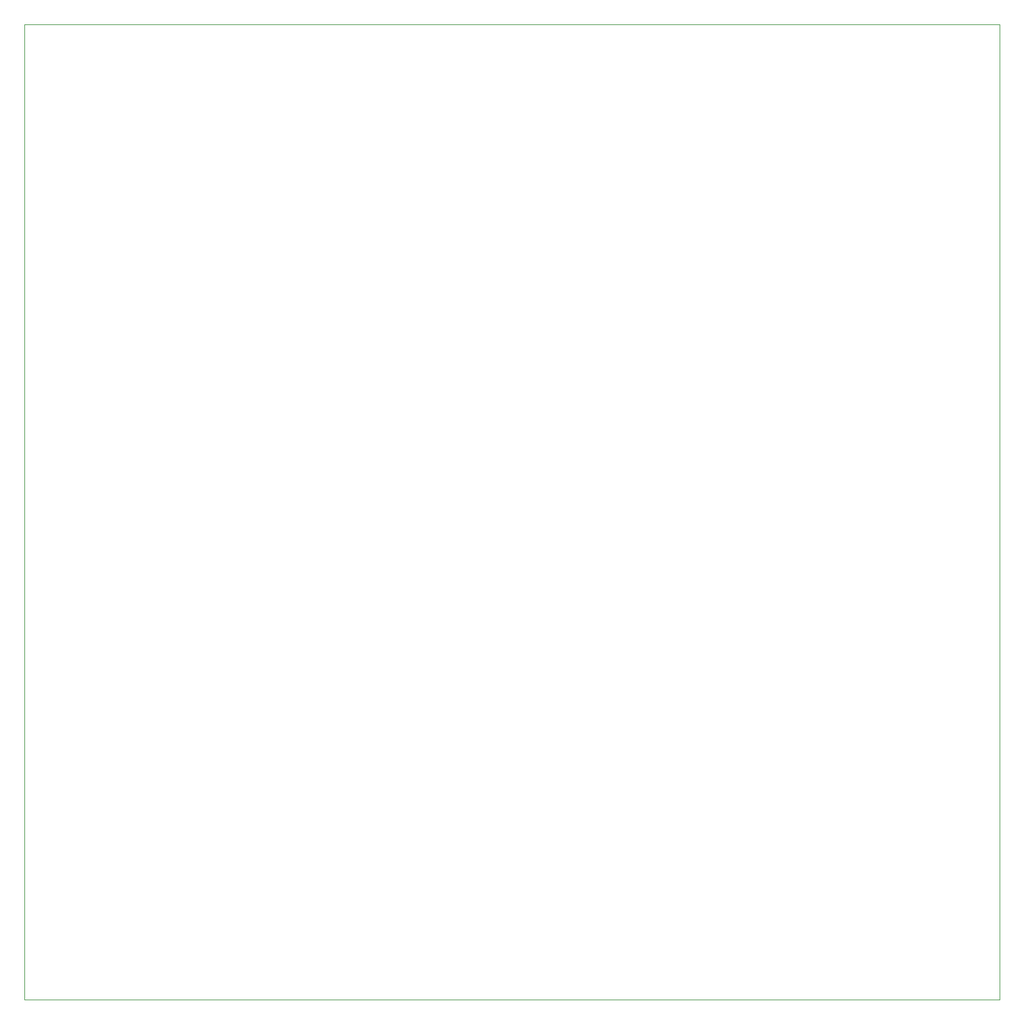
<source format=gbr>
%TF.GenerationSoftware,KiCad,Pcbnew,9.0.1*%
%TF.CreationDate,2025-04-30T14:28:43+02:00*%
%TF.ProjectId,Controller,436f6e74-726f-46c6-9c65-722e6b696361,rev?*%
%TF.SameCoordinates,Original*%
%TF.FileFunction,Profile,NP*%
%FSLAX46Y46*%
G04 Gerber Fmt 4.6, Leading zero omitted, Abs format (unit mm)*
G04 Created by KiCad (PCBNEW 9.0.1) date 2025-04-30 14:28:43*
%MOMM*%
%LPD*%
G01*
G04 APERTURE LIST*
%TA.AperFunction,Profile*%
%ADD10C,0.050000*%
%TD*%
G04 APERTURE END LIST*
D10*
X18750000Y-19260000D02*
X150750000Y-19260000D01*
X150750000Y-151260000D01*
X18750000Y-151260000D01*
X18750000Y-19260000D01*
M02*

</source>
